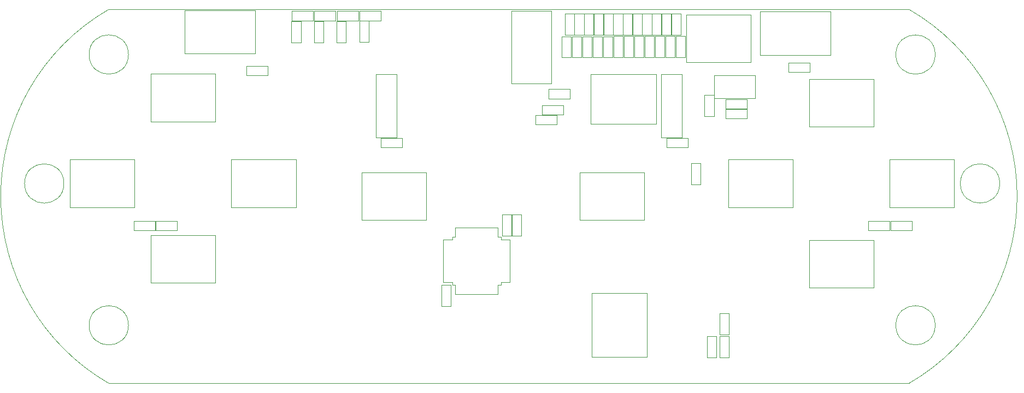
<source format=gbr>
%TF.GenerationSoftware,KiCad,Pcbnew,7.0.5-7.0.5~ubuntu20.04.1*%
%TF.CreationDate,2023-06-19T07:22:00+00:00*%
%TF.ProjectId,Controler_NRF24L01_Exclude_v3,436f6e74-726f-46c6-9572-5f4e52463234,rev?*%
%TF.SameCoordinates,Original*%
%TF.FileFunction,Other,User*%
%FSLAX45Y45*%
G04 Gerber Fmt 4.5, Leading zero omitted, Abs format (unit mm)*
G04 Created by KiCad (PCBNEW 7.0.5-7.0.5~ubuntu20.04.1) date 2023-06-19 07:22:00*
%MOMM*%
%LPD*%
G01*
G04 APERTURE LIST*
%TA.AperFunction,Profile*%
%ADD10C,0.050000*%
%TD*%
%TA.AperFunction,Profile*%
%ADD11C,0.100000*%
%TD*%
%ADD12C,0.050000*%
G04 APERTURE END LIST*
D10*
X20569000Y-12290000D02*
G75*
G03*
X20569000Y-6490000I-1674316J2900000D01*
G01*
D11*
X8169000Y-6490000D02*
X20569000Y-6490000D01*
X8169000Y-12290000D02*
X20569000Y-12290000D01*
D10*
X8169000Y-6490000D02*
G75*
G03*
X8169000Y-12290000I1674316J-2900000D01*
G01*
D12*
X16779500Y-6905000D02*
X16779500Y-7235000D01*
X16633500Y-6905000D02*
X16779500Y-6905000D01*
X16779500Y-7235000D02*
X16633500Y-7235000D01*
X16633500Y-7235000D02*
X16633500Y-6905000D01*
X17730000Y-8037000D02*
X18060000Y-8037000D01*
X17730000Y-8183000D02*
X17730000Y-8037000D01*
X18060000Y-8037000D02*
X18060000Y-8183000D01*
X18060000Y-8183000D02*
X17730000Y-8183000D01*
X15654500Y-6907500D02*
X15654500Y-7237500D01*
X15508500Y-6907500D02*
X15654500Y-6907500D01*
X15654500Y-7237500D02*
X15508500Y-7237500D01*
X15508500Y-7237500D02*
X15508500Y-6907500D01*
X17730000Y-7884600D02*
X18060000Y-7884600D01*
X17730000Y-8030600D02*
X17730000Y-7884600D01*
X18060000Y-7884600D02*
X18060000Y-8030600D01*
X18060000Y-8030600D02*
X17730000Y-8030600D01*
X12309000Y-8480000D02*
X12629000Y-8480000D01*
X12629000Y-8480000D02*
X12629000Y-7500000D01*
X12309000Y-7500000D02*
X12309000Y-8480000D01*
X12629000Y-7500000D02*
X12309000Y-7500000D01*
X16939500Y-6905000D02*
X16939500Y-7235000D01*
X16793500Y-6905000D02*
X16939500Y-6905000D01*
X16939500Y-7235000D02*
X16793500Y-7235000D01*
X16793500Y-7235000D02*
X16793500Y-6905000D01*
X16736000Y-6886250D02*
X16736000Y-6556250D01*
X16882000Y-6886250D02*
X16736000Y-6886250D01*
X16736000Y-6556250D02*
X16882000Y-6556250D01*
X16882000Y-6556250D02*
X16882000Y-6886250D01*
X16299500Y-6905000D02*
X16299500Y-7235000D01*
X16153500Y-6905000D02*
X16299500Y-6905000D01*
X16299500Y-7235000D02*
X16153500Y-7235000D01*
X16153500Y-7235000D02*
X16153500Y-6905000D01*
X15215000Y-8123000D02*
X14885000Y-8123000D01*
X15215000Y-7977000D02*
X15215000Y-8123000D01*
X14885000Y-8123000D02*
X14885000Y-7977000D01*
X14885000Y-7977000D02*
X15215000Y-7977000D01*
X11354000Y-6517000D02*
X11684000Y-6517000D01*
X11354000Y-6663000D02*
X11354000Y-6517000D01*
X11684000Y-6517000D02*
X11684000Y-6663000D01*
X11684000Y-6663000D02*
X11354000Y-6663000D01*
X16813500Y-8487000D02*
X17143500Y-8487000D01*
X16813500Y-8633000D02*
X16813500Y-8487000D01*
X17143500Y-8487000D02*
X17143500Y-8633000D01*
X17143500Y-8633000D02*
X16813500Y-8633000D01*
X15986000Y-6886250D02*
X15986000Y-6556250D01*
X16132000Y-6886250D02*
X15986000Y-6886250D01*
X15986000Y-6556250D02*
X16132000Y-6556250D01*
X16132000Y-6556250D02*
X16132000Y-6886250D01*
X8474000Y-7190000D02*
G75*
G03*
X8474000Y-7190000I-305000J0D01*
G01*
X15386000Y-6886250D02*
X15386000Y-6556250D01*
X15532000Y-6886250D02*
X15386000Y-6886250D01*
X15386000Y-6556250D02*
X15532000Y-6556250D01*
X15532000Y-6556250D02*
X15532000Y-6886250D01*
X8474000Y-11390000D02*
G75*
G03*
X8474000Y-11390000I-305000J0D01*
G01*
X15533000Y-6886250D02*
X15533000Y-6556250D01*
X15679000Y-6886250D02*
X15533000Y-6886250D01*
X15533000Y-6556250D02*
X15679000Y-6556250D01*
X15679000Y-6556250D02*
X15679000Y-6886250D01*
X16586000Y-6886250D02*
X16586000Y-6556250D01*
X16732000Y-6886250D02*
X16586000Y-6886250D01*
X16586000Y-6556250D02*
X16732000Y-6556250D01*
X16732000Y-6556250D02*
X16732000Y-6886250D01*
X8884798Y-9918000D02*
X8554798Y-9918000D01*
X8884798Y-9772000D02*
X8884798Y-9918000D01*
X8554798Y-9918000D02*
X8554798Y-9772000D01*
X8554798Y-9772000D02*
X8884798Y-9772000D01*
X8819000Y-7490000D02*
X8819000Y-8230000D01*
X8819000Y-8230000D02*
X9819000Y-8230000D01*
X9819000Y-7490000D02*
X8819000Y-7490000D01*
X9819000Y-8230000D02*
X9819000Y-7490000D01*
X12090000Y-9020000D02*
X12090000Y-9760000D01*
X12090000Y-9760000D02*
X13090000Y-9760000D01*
X13090000Y-9020000D02*
X12090000Y-9020000D01*
X13090000Y-9760000D02*
X13090000Y-9020000D01*
X14785000Y-8127000D02*
X15115000Y-8127000D01*
X14785000Y-8273000D02*
X14785000Y-8127000D01*
X15115000Y-8127000D02*
X15115000Y-8273000D01*
X15115000Y-8273000D02*
X14785000Y-8273000D01*
X19354400Y-7201200D02*
X19354400Y-6526200D01*
X19354400Y-6526200D02*
X18264400Y-6526200D01*
X18264400Y-7201200D02*
X19354400Y-7201200D01*
X18264400Y-6526200D02*
X18264400Y-7201200D01*
X20974000Y-7190000D02*
G75*
G03*
X20974000Y-7190000I-305000J0D01*
G01*
X16136000Y-6886250D02*
X16136000Y-6556250D01*
X16282000Y-6886250D02*
X16136000Y-6886250D01*
X16136000Y-6556250D02*
X16282000Y-6556250D01*
X16282000Y-6556250D02*
X16282000Y-6886250D01*
X13539000Y-10908000D02*
X13869000Y-10908000D01*
X14199000Y-10908000D02*
X13869000Y-10908000D01*
X13494000Y-10765000D02*
X13539000Y-10765000D01*
X13539000Y-10765000D02*
X13539000Y-10908000D01*
X14199000Y-10765000D02*
X14199000Y-10908000D01*
X14244000Y-10765000D02*
X14199000Y-10765000D01*
X13351000Y-10720000D02*
X13494000Y-10720000D01*
X13494000Y-10720000D02*
X13494000Y-10765000D01*
X14244000Y-10720000D02*
X14244000Y-10765000D01*
X14387000Y-10720000D02*
X14244000Y-10720000D01*
X13351000Y-10390000D02*
X13351000Y-10720000D01*
X13351000Y-10390000D02*
X13351000Y-10060000D01*
X14387000Y-10390000D02*
X14387000Y-10720000D01*
X14387000Y-10390000D02*
X14387000Y-10060000D01*
X13351000Y-10060000D02*
X13494000Y-10060000D01*
X13494000Y-10060000D02*
X13494000Y-10015000D01*
X14244000Y-10060000D02*
X14244000Y-10015000D01*
X14387000Y-10060000D02*
X14244000Y-10060000D01*
X13494000Y-10015000D02*
X13539000Y-10015000D01*
X13539000Y-10015000D02*
X13539000Y-9872000D01*
X14199000Y-10015000D02*
X14199000Y-9872000D01*
X14244000Y-10015000D02*
X14199000Y-10015000D01*
X13539000Y-9872000D02*
X13869000Y-9872000D01*
X14199000Y-9872000D02*
X13869000Y-9872000D01*
X15494400Y-6907500D02*
X15494400Y-7237500D01*
X15348400Y-6907500D02*
X15494400Y-6907500D01*
X15494400Y-7237500D02*
X15348400Y-7237500D01*
X15348400Y-7237500D02*
X15348400Y-6907500D01*
X17119000Y-6570000D02*
X17119000Y-7310000D01*
X17119000Y-7310000D02*
X18119000Y-7310000D01*
X18119000Y-6570000D02*
X17119000Y-6570000D01*
X18119000Y-7310000D02*
X18119000Y-6570000D01*
X17582000Y-11558750D02*
X17582000Y-11888750D01*
X17436000Y-11558750D02*
X17582000Y-11558750D01*
X17582000Y-11888750D02*
X17436000Y-11888750D01*
X17436000Y-11888750D02*
X17436000Y-11558750D01*
X7569000Y-8820000D02*
X7569000Y-9560000D01*
X7569000Y-9560000D02*
X8569000Y-9560000D01*
X8569000Y-8820000D02*
X7569000Y-8820000D01*
X8569000Y-9560000D02*
X8569000Y-8820000D01*
X10439000Y-7177500D02*
X10439000Y-6502500D01*
X10439000Y-6502500D02*
X9349000Y-6502500D01*
X9349000Y-7177500D02*
X10439000Y-7177500D01*
X9349000Y-6502500D02*
X9349000Y-7177500D01*
X15236000Y-6886250D02*
X15236000Y-6556250D01*
X15382000Y-6886250D02*
X15236000Y-6886250D01*
X15236000Y-6556250D02*
X15382000Y-6556250D01*
X15382000Y-6556250D02*
X15382000Y-6886250D01*
X15814500Y-6907500D02*
X15814500Y-7237500D01*
X15668500Y-6907500D02*
X15814500Y-6907500D01*
X15814500Y-7237500D02*
X15668500Y-7237500D01*
X15668500Y-7237500D02*
X15668500Y-6907500D01*
X17102000Y-6905000D02*
X17102000Y-7235000D01*
X16956000Y-6905000D02*
X17102000Y-6905000D01*
X17102000Y-7235000D02*
X16956000Y-7235000D01*
X16956000Y-7235000D02*
X16956000Y-6905000D01*
X17769000Y-8820000D02*
X17769000Y-9560000D01*
X17769000Y-9560000D02*
X18769000Y-9560000D01*
X18769000Y-8820000D02*
X17769000Y-8820000D01*
X18769000Y-9560000D02*
X18769000Y-8820000D01*
X15315000Y-7873000D02*
X14985000Y-7873000D01*
X15315000Y-7727000D02*
X15315000Y-7873000D01*
X14985000Y-7873000D02*
X14985000Y-7727000D01*
X14985000Y-7727000D02*
X15315000Y-7727000D01*
X16436000Y-6886250D02*
X16436000Y-6556250D01*
X16582000Y-6886250D02*
X16436000Y-6886250D01*
X16436000Y-6556250D02*
X16582000Y-6556250D01*
X16582000Y-6556250D02*
X16582000Y-6886250D01*
X16286000Y-6886250D02*
X16286000Y-6556250D01*
X16432000Y-6886250D02*
X16286000Y-6886250D01*
X16286000Y-6556250D02*
X16432000Y-6556250D01*
X16432000Y-6556250D02*
X16432000Y-6886250D01*
X16619500Y-6905000D02*
X16619500Y-7235000D01*
X16473500Y-6905000D02*
X16619500Y-6905000D01*
X16619500Y-7235000D02*
X16473500Y-7235000D01*
X16473500Y-7235000D02*
X16473500Y-6905000D01*
X15469000Y-9020000D02*
X15469000Y-9760000D01*
X15469000Y-9760000D02*
X16469000Y-9760000D01*
X16469000Y-9020000D02*
X15469000Y-9020000D01*
X16469000Y-9760000D02*
X16469000Y-9020000D01*
X11494500Y-6675000D02*
X11494500Y-7005000D01*
X11348500Y-6675000D02*
X11494500Y-6675000D01*
X11494500Y-7005000D02*
X11348500Y-7005000D01*
X11348500Y-7005000D02*
X11348500Y-6675000D01*
X14409000Y-6516000D02*
X14409000Y-7636000D01*
X14409000Y-7636000D02*
X15024000Y-7636000D01*
X15024000Y-6516000D02*
X14409000Y-6516000D01*
X15024000Y-7636000D02*
X15024000Y-6516000D01*
X13472200Y-10764400D02*
X13472200Y-11094400D01*
X13326200Y-10764400D02*
X13472200Y-10764400D01*
X13472200Y-11094400D02*
X13326200Y-11094400D01*
X13326200Y-11094400D02*
X13326200Y-10764400D01*
X21974000Y-9190000D02*
G75*
G03*
X21974000Y-9190000I-305000J0D01*
G01*
X11704000Y-6517000D02*
X12034000Y-6517000D01*
X11704000Y-6663000D02*
X11704000Y-6517000D01*
X12034000Y-6517000D02*
X12034000Y-6663000D01*
X12034000Y-6663000D02*
X11704000Y-6663000D01*
X12389000Y-8487000D02*
X12719000Y-8487000D01*
X12389000Y-8633000D02*
X12389000Y-8487000D01*
X12719000Y-8487000D02*
X12719000Y-8633000D01*
X12719000Y-8633000D02*
X12389000Y-8633000D01*
X8894798Y-9772000D02*
X9224798Y-9772000D01*
X8894798Y-9918000D02*
X8894798Y-9772000D01*
X9224798Y-9772000D02*
X9224798Y-9918000D01*
X9224798Y-9918000D02*
X8894798Y-9918000D01*
X8819000Y-9990000D02*
X8819000Y-10730000D01*
X8819000Y-10730000D02*
X9819000Y-10730000D01*
X9819000Y-9990000D02*
X8819000Y-9990000D01*
X9819000Y-10730000D02*
X9819000Y-9990000D01*
X14412000Y-9672200D02*
X14412000Y-10002200D01*
X14266000Y-9672200D02*
X14412000Y-9672200D01*
X14412000Y-10002200D02*
X14266000Y-10002200D01*
X14266000Y-10002200D02*
X14266000Y-9672200D01*
X16138000Y-6906250D02*
X16138000Y-7236250D01*
X15992000Y-6906250D02*
X16138000Y-6906250D01*
X16138000Y-7236250D02*
X15992000Y-7236250D01*
X15992000Y-7236250D02*
X15992000Y-6906250D01*
X12202000Y-6667500D02*
X12202000Y-6997500D01*
X12056000Y-6667500D02*
X12202000Y-6667500D01*
X12202000Y-6997500D02*
X12056000Y-6997500D01*
X12056000Y-6997500D02*
X12056000Y-6667500D01*
X14564400Y-9672200D02*
X14564400Y-10002200D01*
X14418400Y-9672200D02*
X14564400Y-9672200D01*
X14564400Y-10002200D02*
X14418400Y-10002200D01*
X14418400Y-10002200D02*
X14418400Y-9672200D01*
X19019000Y-7570000D02*
X19019000Y-8310000D01*
X19019000Y-8310000D02*
X20019000Y-8310000D01*
X20019000Y-7570000D02*
X19019000Y-7570000D01*
X20019000Y-8310000D02*
X20019000Y-7570000D01*
X7474000Y-9190000D02*
G75*
G03*
X7474000Y-9190000I-305000J0D01*
G01*
X16459500Y-6905000D02*
X16459500Y-7235000D01*
X16313500Y-6905000D02*
X16459500Y-6905000D01*
X16459500Y-7235000D02*
X16313500Y-7235000D01*
X16313500Y-7235000D02*
X16313500Y-6905000D01*
X11144500Y-6672500D02*
X11144500Y-7002500D01*
X10998500Y-6672500D02*
X11144500Y-6672500D01*
X11144500Y-7002500D02*
X10998500Y-7002500D01*
X10998500Y-7002500D02*
X10998500Y-6672500D01*
X10304000Y-7367000D02*
X10634000Y-7367000D01*
X10304000Y-7513000D02*
X10304000Y-7367000D01*
X10634000Y-7367000D02*
X10634000Y-7513000D01*
X10634000Y-7513000D02*
X10304000Y-7513000D01*
X11847000Y-6672500D02*
X11847000Y-7002500D01*
X11701000Y-6672500D02*
X11847000Y-6672500D01*
X11847000Y-7002500D02*
X11701000Y-7002500D01*
X11701000Y-7002500D02*
X11701000Y-6672500D01*
X11004000Y-6517000D02*
X11334000Y-6517000D01*
X11004000Y-6663000D02*
X11004000Y-6517000D01*
X11334000Y-6517000D02*
X11334000Y-6663000D01*
X11334000Y-6663000D02*
X11004000Y-6663000D01*
X16726000Y-8480000D02*
X17046000Y-8480000D01*
X17046000Y-8480000D02*
X17046000Y-7500000D01*
X16726000Y-7500000D02*
X16726000Y-8480000D01*
X17046000Y-7500000D02*
X16726000Y-7500000D01*
X17551000Y-7515000D02*
X17551000Y-7865000D01*
X17551000Y-7865000D02*
X18187000Y-7865000D01*
X18187000Y-7515000D02*
X17551000Y-7515000D01*
X18187000Y-7865000D02*
X18187000Y-7515000D01*
X20265202Y-9918000D02*
X19935202Y-9918000D01*
X20265202Y-9772000D02*
X20265202Y-9918000D01*
X19935202Y-9918000D02*
X19935202Y-9772000D01*
X19935202Y-9772000D02*
X20265202Y-9772000D01*
X15974500Y-6907500D02*
X15974500Y-7237500D01*
X15828500Y-6907500D02*
X15974500Y-6907500D01*
X15974500Y-7237500D02*
X15828500Y-7237500D01*
X15828500Y-7237500D02*
X15828500Y-6907500D01*
X20285202Y-9772000D02*
X20615202Y-9772000D01*
X20285202Y-9918000D02*
X20285202Y-9772000D01*
X20615202Y-9772000D02*
X20615202Y-9918000D01*
X20615202Y-9918000D02*
X20285202Y-9918000D01*
X17782000Y-11558750D02*
X17782000Y-11888750D01*
X17636000Y-11558750D02*
X17782000Y-11558750D01*
X17782000Y-11888750D02*
X17636000Y-11888750D01*
X17636000Y-11888750D02*
X17636000Y-11558750D01*
X15651500Y-10889000D02*
X15651500Y-11879000D01*
X15651500Y-11879000D02*
X16511500Y-11879000D01*
X16511500Y-10889000D02*
X15651500Y-10889000D01*
X16511500Y-11879000D02*
X16511500Y-10889000D01*
X17547000Y-7815000D02*
X17547000Y-8145000D01*
X17401000Y-7815000D02*
X17547000Y-7815000D01*
X17547000Y-8145000D02*
X17401000Y-8145000D01*
X17401000Y-8145000D02*
X17401000Y-7815000D01*
X20974000Y-11390000D02*
G75*
G03*
X20974000Y-11390000I-305000J0D01*
G01*
X15632400Y-8266400D02*
X16652400Y-8266400D01*
X16652400Y-8266400D02*
X16652400Y-7496400D01*
X15632400Y-7496400D02*
X15632400Y-8266400D01*
X16652400Y-7496400D02*
X15632400Y-7496400D01*
X15334500Y-6907500D02*
X15334500Y-7237500D01*
X15188500Y-6907500D02*
X15334500Y-6907500D01*
X15334500Y-7237500D02*
X15188500Y-7237500D01*
X15188500Y-7237500D02*
X15188500Y-6907500D01*
X15836000Y-6886250D02*
X15836000Y-6556250D01*
X15982000Y-6886250D02*
X15836000Y-6886250D01*
X15836000Y-6556250D02*
X15982000Y-6556250D01*
X15982000Y-6556250D02*
X15982000Y-6886250D01*
X19019000Y-10070000D02*
X19019000Y-10810000D01*
X19019000Y-10810000D02*
X20019000Y-10810000D01*
X20019000Y-10070000D02*
X19019000Y-10070000D01*
X20019000Y-10810000D02*
X20019000Y-10070000D01*
X17782000Y-11205000D02*
X17782000Y-11535000D01*
X17636000Y-11205000D02*
X17782000Y-11205000D01*
X17782000Y-11535000D02*
X17636000Y-11535000D01*
X17636000Y-11535000D02*
X17636000Y-11205000D01*
X10069000Y-8820000D02*
X10069000Y-9560000D01*
X10069000Y-9560000D02*
X11069000Y-9560000D01*
X11069000Y-8820000D02*
X10069000Y-8820000D01*
X11069000Y-9560000D02*
X11069000Y-8820000D01*
X15686000Y-6886250D02*
X15686000Y-6556250D01*
X15832000Y-6886250D02*
X15686000Y-6886250D01*
X15686000Y-6556250D02*
X15832000Y-6556250D01*
X15832000Y-6556250D02*
X15832000Y-6886250D01*
X20269000Y-8820000D02*
X20269000Y-9560000D01*
X20269000Y-9560000D02*
X21269000Y-9560000D01*
X21269000Y-8820000D02*
X20269000Y-8820000D01*
X21269000Y-9560000D02*
X21269000Y-8820000D01*
X18704000Y-7317000D02*
X19034000Y-7317000D01*
X18704000Y-7463000D02*
X18704000Y-7317000D01*
X19034000Y-7317000D02*
X19034000Y-7463000D01*
X19034000Y-7463000D02*
X18704000Y-7463000D01*
X17341500Y-8873250D02*
X17341500Y-9203250D01*
X17195500Y-8873250D02*
X17341500Y-8873250D01*
X17341500Y-9203250D02*
X17195500Y-9203250D01*
X17195500Y-9203250D02*
X17195500Y-8873250D01*
X12054000Y-6517000D02*
X12384000Y-6517000D01*
X12054000Y-6663000D02*
X12054000Y-6517000D01*
X12384000Y-6517000D02*
X12384000Y-6663000D01*
X12384000Y-6663000D02*
X12054000Y-6663000D01*
X16886000Y-6886250D02*
X16886000Y-6556250D01*
X17032000Y-6886250D02*
X16886000Y-6886250D01*
X16886000Y-6556250D02*
X17032000Y-6556250D01*
X17032000Y-6556250D02*
X17032000Y-6886250D01*
M02*

</source>
